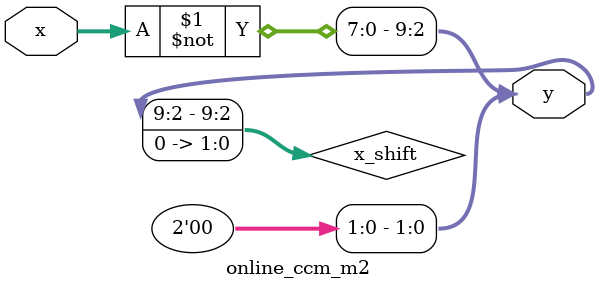
<source format=v>
`timescale 1ns / 1ps
module online_ccm_m2(x,y);
parameter Stage = 4;

localparam shift = 1;

localparam WL		= 2*Stage;
localparam WL_oa	= 2*(Stage+shift);
localparam WL_out = 2*(Stage+shift+1);

	input [WL-1:0] x;
	//output [WL_out-1:0] y;
	output [WL_oa-1:0] y;
	
	wire [WL_oa-1:0] x_shift;	//x after shift

	assign x_shift[WL_oa-1: WL_oa-WL] 	= ~x;
	assign x_shift[WL_oa-WL-1:0]			= 'b0;
	
	assign y = x_shift;
	//online_adder #(Stage+shift) OA_ccm(.x(0),.y(x_shift),.cin(1'b1), .z(y));
	
endmodule

</source>
